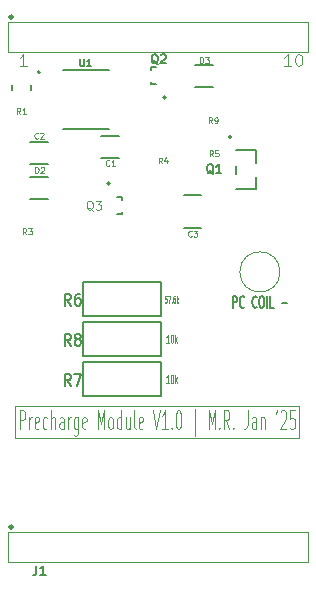
<source format=gbr>
%TF.GenerationSoftware,KiCad,Pcbnew,8.0.8*%
%TF.CreationDate,2025-02-03T23:35:19-05:00*%
%TF.ProjectId,Precharge Module,50726563-6861-4726-9765-204d6f64756c,rev?*%
%TF.SameCoordinates,Original*%
%TF.FileFunction,Legend,Top*%
%TF.FilePolarity,Positive*%
%FSLAX46Y46*%
G04 Gerber Fmt 4.6, Leading zero omitted, Abs format (unit mm)*
G04 Created by KiCad (PCBNEW 8.0.8) date 2025-02-03 23:35:19*
%MOMM*%
%LPD*%
G01*
G04 APERTURE LIST*
%ADD10C,0.100000*%
%ADD11C,0.075000*%
%ADD12C,0.125000*%
%ADD13C,0.150000*%
%ADD14C,0.152400*%
%ADD15C,0.120000*%
%ADD16C,0.076200*%
%ADD17C,0.254000*%
%ADD18C,0.127000*%
%ADD19C,0.200000*%
G04 APERTURE END LIST*
D10*
X50163000Y-56700000D02*
X74163000Y-56700000D01*
X74163000Y-59400000D01*
X50163000Y-59400000D01*
X50163000Y-56700000D01*
X51101503Y-27872419D02*
X50530075Y-27872419D01*
X50815789Y-27872419D02*
X50815789Y-26872419D01*
X50815789Y-26872419D02*
X50720551Y-27015276D01*
X50720551Y-27015276D02*
X50625313Y-27110514D01*
X50625313Y-27110514D02*
X50530075Y-27158133D01*
X73485312Y-27872419D02*
X72913884Y-27872419D01*
X73199598Y-27872419D02*
X73199598Y-26872419D01*
X73199598Y-26872419D02*
X73104360Y-27015276D01*
X73104360Y-27015276D02*
X73009122Y-27110514D01*
X73009122Y-27110514D02*
X72913884Y-27158133D01*
X74104360Y-26872419D02*
X74199598Y-26872419D01*
X74199598Y-26872419D02*
X74294836Y-26920038D01*
X74294836Y-26920038D02*
X74342455Y-26967657D01*
X74342455Y-26967657D02*
X74390074Y-27062895D01*
X74390074Y-27062895D02*
X74437693Y-27253371D01*
X74437693Y-27253371D02*
X74437693Y-27491466D01*
X74437693Y-27491466D02*
X74390074Y-27681942D01*
X74390074Y-27681942D02*
X74342455Y-27777180D01*
X74342455Y-27777180D02*
X74294836Y-27824800D01*
X74294836Y-27824800D02*
X74199598Y-27872419D01*
X74199598Y-27872419D02*
X74104360Y-27872419D01*
X74104360Y-27872419D02*
X74009122Y-27824800D01*
X74009122Y-27824800D02*
X73961503Y-27777180D01*
X73961503Y-27777180D02*
X73913884Y-27681942D01*
X73913884Y-27681942D02*
X73866265Y-27491466D01*
X73866265Y-27491466D02*
X73866265Y-27253371D01*
X73866265Y-27253371D02*
X73913884Y-27062895D01*
X73913884Y-27062895D02*
X73961503Y-26967657D01*
X73961503Y-26967657D02*
X74009122Y-26920038D01*
X74009122Y-26920038D02*
X74104360Y-26872419D01*
D11*
X63154103Y-51310433D02*
X62925532Y-51310433D01*
X63039818Y-51310433D02*
X63039818Y-50610433D01*
X63039818Y-50610433D02*
X63001722Y-50710433D01*
X63001722Y-50710433D02*
X62963627Y-50777100D01*
X62963627Y-50777100D02*
X62925532Y-50810433D01*
X63401722Y-50610433D02*
X63439817Y-50610433D01*
X63439817Y-50610433D02*
X63477913Y-50643766D01*
X63477913Y-50643766D02*
X63496960Y-50677100D01*
X63496960Y-50677100D02*
X63516008Y-50743766D01*
X63516008Y-50743766D02*
X63535055Y-50877100D01*
X63535055Y-50877100D02*
X63535055Y-51043766D01*
X63535055Y-51043766D02*
X63516008Y-51177100D01*
X63516008Y-51177100D02*
X63496960Y-51243766D01*
X63496960Y-51243766D02*
X63477913Y-51277100D01*
X63477913Y-51277100D02*
X63439817Y-51310433D01*
X63439817Y-51310433D02*
X63401722Y-51310433D01*
X63401722Y-51310433D02*
X63363627Y-51277100D01*
X63363627Y-51277100D02*
X63344579Y-51243766D01*
X63344579Y-51243766D02*
X63325532Y-51177100D01*
X63325532Y-51177100D02*
X63306484Y-51043766D01*
X63306484Y-51043766D02*
X63306484Y-50877100D01*
X63306484Y-50877100D02*
X63325532Y-50743766D01*
X63325532Y-50743766D02*
X63344579Y-50677100D01*
X63344579Y-50677100D02*
X63363627Y-50643766D01*
X63363627Y-50643766D02*
X63401722Y-50610433D01*
X63706484Y-51310433D02*
X63706484Y-50610433D01*
X63744579Y-51043766D02*
X63858865Y-51310433D01*
X63858865Y-50843766D02*
X63706484Y-51110433D01*
X63154103Y-54710433D02*
X62925532Y-54710433D01*
X63039818Y-54710433D02*
X63039818Y-54010433D01*
X63039818Y-54010433D02*
X63001722Y-54110433D01*
X63001722Y-54110433D02*
X62963627Y-54177100D01*
X62963627Y-54177100D02*
X62925532Y-54210433D01*
X63401722Y-54010433D02*
X63439817Y-54010433D01*
X63439817Y-54010433D02*
X63477913Y-54043766D01*
X63477913Y-54043766D02*
X63496960Y-54077100D01*
X63496960Y-54077100D02*
X63516008Y-54143766D01*
X63516008Y-54143766D02*
X63535055Y-54277100D01*
X63535055Y-54277100D02*
X63535055Y-54443766D01*
X63535055Y-54443766D02*
X63516008Y-54577100D01*
X63516008Y-54577100D02*
X63496960Y-54643766D01*
X63496960Y-54643766D02*
X63477913Y-54677100D01*
X63477913Y-54677100D02*
X63439817Y-54710433D01*
X63439817Y-54710433D02*
X63401722Y-54710433D01*
X63401722Y-54710433D02*
X63363627Y-54677100D01*
X63363627Y-54677100D02*
X63344579Y-54643766D01*
X63344579Y-54643766D02*
X63325532Y-54577100D01*
X63325532Y-54577100D02*
X63306484Y-54443766D01*
X63306484Y-54443766D02*
X63306484Y-54277100D01*
X63306484Y-54277100D02*
X63325532Y-54143766D01*
X63325532Y-54143766D02*
X63344579Y-54077100D01*
X63344579Y-54077100D02*
X63363627Y-54043766D01*
X63363627Y-54043766D02*
X63401722Y-54010433D01*
X63706484Y-54710433D02*
X63706484Y-54010433D01*
X63744579Y-54443766D02*
X63858865Y-54710433D01*
X63858865Y-54243766D02*
X63706484Y-54510433D01*
D10*
X50520692Y-58637490D02*
X50520692Y-57037490D01*
X50520692Y-57037490D02*
X50825454Y-57037490D01*
X50825454Y-57037490D02*
X50901644Y-57113680D01*
X50901644Y-57113680D02*
X50939739Y-57189871D01*
X50939739Y-57189871D02*
X50977835Y-57342252D01*
X50977835Y-57342252D02*
X50977835Y-57570823D01*
X50977835Y-57570823D02*
X50939739Y-57723204D01*
X50939739Y-57723204D02*
X50901644Y-57799395D01*
X50901644Y-57799395D02*
X50825454Y-57875585D01*
X50825454Y-57875585D02*
X50520692Y-57875585D01*
X51320692Y-58637490D02*
X51320692Y-57570823D01*
X51320692Y-57875585D02*
X51358787Y-57723204D01*
X51358787Y-57723204D02*
X51396882Y-57647014D01*
X51396882Y-57647014D02*
X51473073Y-57570823D01*
X51473073Y-57570823D02*
X51549263Y-57570823D01*
X52120692Y-58561300D02*
X52044501Y-58637490D01*
X52044501Y-58637490D02*
X51892120Y-58637490D01*
X51892120Y-58637490D02*
X51815930Y-58561300D01*
X51815930Y-58561300D02*
X51777834Y-58408919D01*
X51777834Y-58408919D02*
X51777834Y-57799395D01*
X51777834Y-57799395D02*
X51815930Y-57647014D01*
X51815930Y-57647014D02*
X51892120Y-57570823D01*
X51892120Y-57570823D02*
X52044501Y-57570823D01*
X52044501Y-57570823D02*
X52120692Y-57647014D01*
X52120692Y-57647014D02*
X52158787Y-57799395D01*
X52158787Y-57799395D02*
X52158787Y-57951776D01*
X52158787Y-57951776D02*
X51777834Y-58104157D01*
X52844501Y-58561300D02*
X52768310Y-58637490D01*
X52768310Y-58637490D02*
X52615929Y-58637490D01*
X52615929Y-58637490D02*
X52539739Y-58561300D01*
X52539739Y-58561300D02*
X52501644Y-58485109D01*
X52501644Y-58485109D02*
X52463548Y-58332728D01*
X52463548Y-58332728D02*
X52463548Y-57875585D01*
X52463548Y-57875585D02*
X52501644Y-57723204D01*
X52501644Y-57723204D02*
X52539739Y-57647014D01*
X52539739Y-57647014D02*
X52615929Y-57570823D01*
X52615929Y-57570823D02*
X52768310Y-57570823D01*
X52768310Y-57570823D02*
X52844501Y-57647014D01*
X53187358Y-58637490D02*
X53187358Y-57037490D01*
X53530215Y-58637490D02*
X53530215Y-57799395D01*
X53530215Y-57799395D02*
X53492120Y-57647014D01*
X53492120Y-57647014D02*
X53415929Y-57570823D01*
X53415929Y-57570823D02*
X53301643Y-57570823D01*
X53301643Y-57570823D02*
X53225453Y-57647014D01*
X53225453Y-57647014D02*
X53187358Y-57723204D01*
X54254025Y-58637490D02*
X54254025Y-57799395D01*
X54254025Y-57799395D02*
X54215930Y-57647014D01*
X54215930Y-57647014D02*
X54139739Y-57570823D01*
X54139739Y-57570823D02*
X53987358Y-57570823D01*
X53987358Y-57570823D02*
X53911168Y-57647014D01*
X54254025Y-58561300D02*
X54177834Y-58637490D01*
X54177834Y-58637490D02*
X53987358Y-58637490D01*
X53987358Y-58637490D02*
X53911168Y-58561300D01*
X53911168Y-58561300D02*
X53873072Y-58408919D01*
X53873072Y-58408919D02*
X53873072Y-58256538D01*
X53873072Y-58256538D02*
X53911168Y-58104157D01*
X53911168Y-58104157D02*
X53987358Y-58027966D01*
X53987358Y-58027966D02*
X54177834Y-58027966D01*
X54177834Y-58027966D02*
X54254025Y-57951776D01*
X54634978Y-58637490D02*
X54634978Y-57570823D01*
X54634978Y-57875585D02*
X54673073Y-57723204D01*
X54673073Y-57723204D02*
X54711168Y-57647014D01*
X54711168Y-57647014D02*
X54787359Y-57570823D01*
X54787359Y-57570823D02*
X54863549Y-57570823D01*
X55473073Y-57570823D02*
X55473073Y-58866061D01*
X55473073Y-58866061D02*
X55434978Y-59018442D01*
X55434978Y-59018442D02*
X55396882Y-59094633D01*
X55396882Y-59094633D02*
X55320692Y-59170823D01*
X55320692Y-59170823D02*
X55206406Y-59170823D01*
X55206406Y-59170823D02*
X55130216Y-59094633D01*
X55473073Y-58561300D02*
X55396882Y-58637490D01*
X55396882Y-58637490D02*
X55244501Y-58637490D01*
X55244501Y-58637490D02*
X55168311Y-58561300D01*
X55168311Y-58561300D02*
X55130216Y-58485109D01*
X55130216Y-58485109D02*
X55092120Y-58332728D01*
X55092120Y-58332728D02*
X55092120Y-57875585D01*
X55092120Y-57875585D02*
X55130216Y-57723204D01*
X55130216Y-57723204D02*
X55168311Y-57647014D01*
X55168311Y-57647014D02*
X55244501Y-57570823D01*
X55244501Y-57570823D02*
X55396882Y-57570823D01*
X55396882Y-57570823D02*
X55473073Y-57647014D01*
X56158788Y-58561300D02*
X56082597Y-58637490D01*
X56082597Y-58637490D02*
X55930216Y-58637490D01*
X55930216Y-58637490D02*
X55854026Y-58561300D01*
X55854026Y-58561300D02*
X55815930Y-58408919D01*
X55815930Y-58408919D02*
X55815930Y-57799395D01*
X55815930Y-57799395D02*
X55854026Y-57647014D01*
X55854026Y-57647014D02*
X55930216Y-57570823D01*
X55930216Y-57570823D02*
X56082597Y-57570823D01*
X56082597Y-57570823D02*
X56158788Y-57647014D01*
X56158788Y-57647014D02*
X56196883Y-57799395D01*
X56196883Y-57799395D02*
X56196883Y-57951776D01*
X56196883Y-57951776D02*
X55815930Y-58104157D01*
X57149264Y-58637490D02*
X57149264Y-57037490D01*
X57149264Y-57037490D02*
X57415930Y-58180347D01*
X57415930Y-58180347D02*
X57682597Y-57037490D01*
X57682597Y-57037490D02*
X57682597Y-58637490D01*
X58177835Y-58637490D02*
X58101645Y-58561300D01*
X58101645Y-58561300D02*
X58063550Y-58485109D01*
X58063550Y-58485109D02*
X58025454Y-58332728D01*
X58025454Y-58332728D02*
X58025454Y-57875585D01*
X58025454Y-57875585D02*
X58063550Y-57723204D01*
X58063550Y-57723204D02*
X58101645Y-57647014D01*
X58101645Y-57647014D02*
X58177835Y-57570823D01*
X58177835Y-57570823D02*
X58292121Y-57570823D01*
X58292121Y-57570823D02*
X58368312Y-57647014D01*
X58368312Y-57647014D02*
X58406407Y-57723204D01*
X58406407Y-57723204D02*
X58444502Y-57875585D01*
X58444502Y-57875585D02*
X58444502Y-58332728D01*
X58444502Y-58332728D02*
X58406407Y-58485109D01*
X58406407Y-58485109D02*
X58368312Y-58561300D01*
X58368312Y-58561300D02*
X58292121Y-58637490D01*
X58292121Y-58637490D02*
X58177835Y-58637490D01*
X59130217Y-58637490D02*
X59130217Y-57037490D01*
X59130217Y-58561300D02*
X59054026Y-58637490D01*
X59054026Y-58637490D02*
X58901645Y-58637490D01*
X58901645Y-58637490D02*
X58825455Y-58561300D01*
X58825455Y-58561300D02*
X58787360Y-58485109D01*
X58787360Y-58485109D02*
X58749264Y-58332728D01*
X58749264Y-58332728D02*
X58749264Y-57875585D01*
X58749264Y-57875585D02*
X58787360Y-57723204D01*
X58787360Y-57723204D02*
X58825455Y-57647014D01*
X58825455Y-57647014D02*
X58901645Y-57570823D01*
X58901645Y-57570823D02*
X59054026Y-57570823D01*
X59054026Y-57570823D02*
X59130217Y-57647014D01*
X59854027Y-57570823D02*
X59854027Y-58637490D01*
X59511170Y-57570823D02*
X59511170Y-58408919D01*
X59511170Y-58408919D02*
X59549265Y-58561300D01*
X59549265Y-58561300D02*
X59625455Y-58637490D01*
X59625455Y-58637490D02*
X59739741Y-58637490D01*
X59739741Y-58637490D02*
X59815932Y-58561300D01*
X59815932Y-58561300D02*
X59854027Y-58485109D01*
X60349265Y-58637490D02*
X60273075Y-58561300D01*
X60273075Y-58561300D02*
X60234980Y-58408919D01*
X60234980Y-58408919D02*
X60234980Y-57037490D01*
X60958790Y-58561300D02*
X60882599Y-58637490D01*
X60882599Y-58637490D02*
X60730218Y-58637490D01*
X60730218Y-58637490D02*
X60654028Y-58561300D01*
X60654028Y-58561300D02*
X60615932Y-58408919D01*
X60615932Y-58408919D02*
X60615932Y-57799395D01*
X60615932Y-57799395D02*
X60654028Y-57647014D01*
X60654028Y-57647014D02*
X60730218Y-57570823D01*
X60730218Y-57570823D02*
X60882599Y-57570823D01*
X60882599Y-57570823D02*
X60958790Y-57647014D01*
X60958790Y-57647014D02*
X60996885Y-57799395D01*
X60996885Y-57799395D02*
X60996885Y-57951776D01*
X60996885Y-57951776D02*
X60615932Y-58104157D01*
X61834980Y-57037490D02*
X62101647Y-58637490D01*
X62101647Y-58637490D02*
X62368313Y-57037490D01*
X63054027Y-58637490D02*
X62596884Y-58637490D01*
X62825456Y-58637490D02*
X62825456Y-57037490D01*
X62825456Y-57037490D02*
X62749265Y-57266061D01*
X62749265Y-57266061D02*
X62673075Y-57418442D01*
X62673075Y-57418442D02*
X62596884Y-57494633D01*
X63396885Y-58485109D02*
X63434980Y-58561300D01*
X63434980Y-58561300D02*
X63396885Y-58637490D01*
X63396885Y-58637490D02*
X63358789Y-58561300D01*
X63358789Y-58561300D02*
X63396885Y-58485109D01*
X63396885Y-58485109D02*
X63396885Y-58637490D01*
X63930218Y-57037490D02*
X64006408Y-57037490D01*
X64006408Y-57037490D02*
X64082599Y-57113680D01*
X64082599Y-57113680D02*
X64120694Y-57189871D01*
X64120694Y-57189871D02*
X64158789Y-57342252D01*
X64158789Y-57342252D02*
X64196884Y-57647014D01*
X64196884Y-57647014D02*
X64196884Y-58027966D01*
X64196884Y-58027966D02*
X64158789Y-58332728D01*
X64158789Y-58332728D02*
X64120694Y-58485109D01*
X64120694Y-58485109D02*
X64082599Y-58561300D01*
X64082599Y-58561300D02*
X64006408Y-58637490D01*
X64006408Y-58637490D02*
X63930218Y-58637490D01*
X63930218Y-58637490D02*
X63854027Y-58561300D01*
X63854027Y-58561300D02*
X63815932Y-58485109D01*
X63815932Y-58485109D02*
X63777837Y-58332728D01*
X63777837Y-58332728D02*
X63739741Y-58027966D01*
X63739741Y-58027966D02*
X63739741Y-57647014D01*
X63739741Y-57647014D02*
X63777837Y-57342252D01*
X63777837Y-57342252D02*
X63815932Y-57189871D01*
X63815932Y-57189871D02*
X63854027Y-57113680D01*
X63854027Y-57113680D02*
X63930218Y-57037490D01*
X65339742Y-59170823D02*
X65339742Y-56885109D01*
X66520695Y-58637490D02*
X66520695Y-57037490D01*
X66520695Y-57037490D02*
X66787361Y-58180347D01*
X66787361Y-58180347D02*
X67054028Y-57037490D01*
X67054028Y-57037490D02*
X67054028Y-58637490D01*
X67434981Y-58485109D02*
X67473076Y-58561300D01*
X67473076Y-58561300D02*
X67434981Y-58637490D01*
X67434981Y-58637490D02*
X67396885Y-58561300D01*
X67396885Y-58561300D02*
X67434981Y-58485109D01*
X67434981Y-58485109D02*
X67434981Y-58637490D01*
X68273076Y-58637490D02*
X68006409Y-57875585D01*
X67815933Y-58637490D02*
X67815933Y-57037490D01*
X67815933Y-57037490D02*
X68120695Y-57037490D01*
X68120695Y-57037490D02*
X68196885Y-57113680D01*
X68196885Y-57113680D02*
X68234980Y-57189871D01*
X68234980Y-57189871D02*
X68273076Y-57342252D01*
X68273076Y-57342252D02*
X68273076Y-57570823D01*
X68273076Y-57570823D02*
X68234980Y-57723204D01*
X68234980Y-57723204D02*
X68196885Y-57799395D01*
X68196885Y-57799395D02*
X68120695Y-57875585D01*
X68120695Y-57875585D02*
X67815933Y-57875585D01*
X68615933Y-58485109D02*
X68654028Y-58561300D01*
X68654028Y-58561300D02*
X68615933Y-58637490D01*
X68615933Y-58637490D02*
X68577837Y-58561300D01*
X68577837Y-58561300D02*
X68615933Y-58485109D01*
X68615933Y-58485109D02*
X68615933Y-58637490D01*
X69834980Y-57037490D02*
X69834980Y-58180347D01*
X69834980Y-58180347D02*
X69796885Y-58408919D01*
X69796885Y-58408919D02*
X69720694Y-58561300D01*
X69720694Y-58561300D02*
X69606409Y-58637490D01*
X69606409Y-58637490D02*
X69530218Y-58637490D01*
X70558790Y-58637490D02*
X70558790Y-57799395D01*
X70558790Y-57799395D02*
X70520695Y-57647014D01*
X70520695Y-57647014D02*
X70444504Y-57570823D01*
X70444504Y-57570823D02*
X70292123Y-57570823D01*
X70292123Y-57570823D02*
X70215933Y-57647014D01*
X70558790Y-58561300D02*
X70482599Y-58637490D01*
X70482599Y-58637490D02*
X70292123Y-58637490D01*
X70292123Y-58637490D02*
X70215933Y-58561300D01*
X70215933Y-58561300D02*
X70177837Y-58408919D01*
X70177837Y-58408919D02*
X70177837Y-58256538D01*
X70177837Y-58256538D02*
X70215933Y-58104157D01*
X70215933Y-58104157D02*
X70292123Y-58027966D01*
X70292123Y-58027966D02*
X70482599Y-58027966D01*
X70482599Y-58027966D02*
X70558790Y-57951776D01*
X70939743Y-57570823D02*
X70939743Y-58637490D01*
X70939743Y-57723204D02*
X70977838Y-57647014D01*
X70977838Y-57647014D02*
X71054028Y-57570823D01*
X71054028Y-57570823D02*
X71168314Y-57570823D01*
X71168314Y-57570823D02*
X71244505Y-57647014D01*
X71244505Y-57647014D02*
X71282600Y-57799395D01*
X71282600Y-57799395D02*
X71282600Y-58637490D01*
X72311172Y-57037490D02*
X72234981Y-57342252D01*
X72615933Y-57189871D02*
X72654029Y-57113680D01*
X72654029Y-57113680D02*
X72730219Y-57037490D01*
X72730219Y-57037490D02*
X72920695Y-57037490D01*
X72920695Y-57037490D02*
X72996886Y-57113680D01*
X72996886Y-57113680D02*
X73034981Y-57189871D01*
X73034981Y-57189871D02*
X73073076Y-57342252D01*
X73073076Y-57342252D02*
X73073076Y-57494633D01*
X73073076Y-57494633D02*
X73034981Y-57723204D01*
X73034981Y-57723204D02*
X72577838Y-58637490D01*
X72577838Y-58637490D02*
X73073076Y-58637490D01*
X73796886Y-57037490D02*
X73415934Y-57037490D01*
X73415934Y-57037490D02*
X73377838Y-57799395D01*
X73377838Y-57799395D02*
X73415934Y-57723204D01*
X73415934Y-57723204D02*
X73492124Y-57647014D01*
X73492124Y-57647014D02*
X73682600Y-57647014D01*
X73682600Y-57647014D02*
X73758791Y-57723204D01*
X73758791Y-57723204D02*
X73796886Y-57799395D01*
X73796886Y-57799395D02*
X73834981Y-57951776D01*
X73834981Y-57951776D02*
X73834981Y-58332728D01*
X73834981Y-58332728D02*
X73796886Y-58485109D01*
X73796886Y-58485109D02*
X73758791Y-58561300D01*
X73758791Y-58561300D02*
X73682600Y-58637490D01*
X73682600Y-58637490D02*
X73492124Y-58637490D01*
X73492124Y-58637490D02*
X73415934Y-58561300D01*
X73415934Y-58561300D02*
X73377838Y-58485109D01*
D11*
X62963627Y-47322671D02*
X62820770Y-47322671D01*
X62820770Y-47322671D02*
X62806484Y-47608385D01*
X62806484Y-47608385D02*
X62820770Y-47579814D01*
X62820770Y-47579814D02*
X62849342Y-47551242D01*
X62849342Y-47551242D02*
X62920770Y-47551242D01*
X62920770Y-47551242D02*
X62949342Y-47579814D01*
X62949342Y-47579814D02*
X62963627Y-47608385D01*
X62963627Y-47608385D02*
X62977913Y-47665528D01*
X62977913Y-47665528D02*
X62977913Y-47808385D01*
X62977913Y-47808385D02*
X62963627Y-47865528D01*
X62963627Y-47865528D02*
X62949342Y-47894100D01*
X62949342Y-47894100D02*
X62920770Y-47922671D01*
X62920770Y-47922671D02*
X62849342Y-47922671D01*
X62849342Y-47922671D02*
X62820770Y-47894100D01*
X62820770Y-47894100D02*
X62806484Y-47865528D01*
X63077913Y-47322671D02*
X63277913Y-47322671D01*
X63277913Y-47322671D02*
X63149341Y-47922671D01*
X63392198Y-47865528D02*
X63406484Y-47894100D01*
X63406484Y-47894100D02*
X63392198Y-47922671D01*
X63392198Y-47922671D02*
X63377912Y-47894100D01*
X63377912Y-47894100D02*
X63392198Y-47865528D01*
X63392198Y-47865528D02*
X63392198Y-47922671D01*
X63663627Y-47322671D02*
X63606484Y-47322671D01*
X63606484Y-47322671D02*
X63577912Y-47351242D01*
X63577912Y-47351242D02*
X63563627Y-47379814D01*
X63563627Y-47379814D02*
X63535055Y-47465528D01*
X63535055Y-47465528D02*
X63520769Y-47579814D01*
X63520769Y-47579814D02*
X63520769Y-47808385D01*
X63520769Y-47808385D02*
X63535055Y-47865528D01*
X63535055Y-47865528D02*
X63549341Y-47894100D01*
X63549341Y-47894100D02*
X63577912Y-47922671D01*
X63577912Y-47922671D02*
X63635055Y-47922671D01*
X63635055Y-47922671D02*
X63663627Y-47894100D01*
X63663627Y-47894100D02*
X63677912Y-47865528D01*
X63677912Y-47865528D02*
X63692198Y-47808385D01*
X63692198Y-47808385D02*
X63692198Y-47665528D01*
X63692198Y-47665528D02*
X63677912Y-47608385D01*
X63677912Y-47608385D02*
X63663627Y-47579814D01*
X63663627Y-47579814D02*
X63635055Y-47551242D01*
X63635055Y-47551242D02*
X63577912Y-47551242D01*
X63577912Y-47551242D02*
X63549341Y-47579814D01*
X63549341Y-47579814D02*
X63535055Y-47608385D01*
X63535055Y-47608385D02*
X63520769Y-47665528D01*
X63820769Y-47922671D02*
X63820769Y-47322671D01*
X63849341Y-47694100D02*
X63935055Y-47922671D01*
X63935055Y-47522671D02*
X63820769Y-47751242D01*
D12*
X65769952Y-27624809D02*
X65769952Y-27124809D01*
X65769952Y-27124809D02*
X65889000Y-27124809D01*
X65889000Y-27124809D02*
X65960428Y-27148619D01*
X65960428Y-27148619D02*
X66008047Y-27196238D01*
X66008047Y-27196238D02*
X66031857Y-27243857D01*
X66031857Y-27243857D02*
X66055666Y-27339095D01*
X66055666Y-27339095D02*
X66055666Y-27410523D01*
X66055666Y-27410523D02*
X66031857Y-27505761D01*
X66031857Y-27505761D02*
X66008047Y-27553380D01*
X66008047Y-27553380D02*
X65960428Y-27601000D01*
X65960428Y-27601000D02*
X65889000Y-27624809D01*
X65889000Y-27624809D02*
X65769952Y-27624809D01*
X66222333Y-27124809D02*
X66531857Y-27124809D01*
X66531857Y-27124809D02*
X66365190Y-27315285D01*
X66365190Y-27315285D02*
X66436619Y-27315285D01*
X66436619Y-27315285D02*
X66484238Y-27339095D01*
X66484238Y-27339095D02*
X66508047Y-27362904D01*
X66508047Y-27362904D02*
X66531857Y-27410523D01*
X66531857Y-27410523D02*
X66531857Y-27529571D01*
X66531857Y-27529571D02*
X66508047Y-27577190D01*
X66508047Y-27577190D02*
X66484238Y-27601000D01*
X66484238Y-27601000D02*
X66436619Y-27624809D01*
X66436619Y-27624809D02*
X66293762Y-27624809D01*
X66293762Y-27624809D02*
X66246143Y-27601000D01*
X66246143Y-27601000D02*
X66222333Y-27577190D01*
X56728571Y-40111892D02*
X56657142Y-40076178D01*
X56657142Y-40076178D02*
X56585714Y-40004750D01*
X56585714Y-40004750D02*
X56478571Y-39897607D01*
X56478571Y-39897607D02*
X56407142Y-39861892D01*
X56407142Y-39861892D02*
X56335714Y-39861892D01*
X56371428Y-40040464D02*
X56300000Y-40004750D01*
X56300000Y-40004750D02*
X56228571Y-39933321D01*
X56228571Y-39933321D02*
X56192857Y-39790464D01*
X56192857Y-39790464D02*
X56192857Y-39540464D01*
X56192857Y-39540464D02*
X56228571Y-39397607D01*
X56228571Y-39397607D02*
X56300000Y-39326178D01*
X56300000Y-39326178D02*
X56371428Y-39290464D01*
X56371428Y-39290464D02*
X56514285Y-39290464D01*
X56514285Y-39290464D02*
X56585714Y-39326178D01*
X56585714Y-39326178D02*
X56657142Y-39397607D01*
X56657142Y-39397607D02*
X56692857Y-39540464D01*
X56692857Y-39540464D02*
X56692857Y-39790464D01*
X56692857Y-39790464D02*
X56657142Y-39933321D01*
X56657142Y-39933321D02*
X56585714Y-40004750D01*
X56585714Y-40004750D02*
X56514285Y-40040464D01*
X56514285Y-40040464D02*
X56371428Y-40040464D01*
X56942856Y-39290464D02*
X57407142Y-39290464D01*
X57407142Y-39290464D02*
X57157142Y-39576178D01*
X57157142Y-39576178D02*
X57264285Y-39576178D01*
X57264285Y-39576178D02*
X57335714Y-39611892D01*
X57335714Y-39611892D02*
X57371428Y-39647607D01*
X57371428Y-39647607D02*
X57407142Y-39719035D01*
X57407142Y-39719035D02*
X57407142Y-39897607D01*
X57407142Y-39897607D02*
X57371428Y-39969035D01*
X57371428Y-39969035D02*
X57335714Y-40004750D01*
X57335714Y-40004750D02*
X57264285Y-40040464D01*
X57264285Y-40040464D02*
X57049999Y-40040464D01*
X57049999Y-40040464D02*
X56978571Y-40004750D01*
X56978571Y-40004750D02*
X56942856Y-39969035D01*
X62579666Y-36124809D02*
X62413000Y-35886714D01*
X62293952Y-36124809D02*
X62293952Y-35624809D01*
X62293952Y-35624809D02*
X62484428Y-35624809D01*
X62484428Y-35624809D02*
X62532047Y-35648619D01*
X62532047Y-35648619D02*
X62555857Y-35672428D01*
X62555857Y-35672428D02*
X62579666Y-35720047D01*
X62579666Y-35720047D02*
X62579666Y-35791476D01*
X62579666Y-35791476D02*
X62555857Y-35839095D01*
X62555857Y-35839095D02*
X62532047Y-35862904D01*
X62532047Y-35862904D02*
X62484428Y-35886714D01*
X62484428Y-35886714D02*
X62293952Y-35886714D01*
X63008238Y-35791476D02*
X63008238Y-36124809D01*
X62889190Y-35601000D02*
X62770143Y-35958142D01*
X62770143Y-35958142D02*
X63079666Y-35958142D01*
D13*
X54850000Y-48154819D02*
X54550000Y-47678628D01*
X54335714Y-48154819D02*
X54335714Y-47154819D01*
X54335714Y-47154819D02*
X54678571Y-47154819D01*
X54678571Y-47154819D02*
X54764286Y-47202438D01*
X54764286Y-47202438D02*
X54807143Y-47250057D01*
X54807143Y-47250057D02*
X54850000Y-47345295D01*
X54850000Y-47345295D02*
X54850000Y-47488152D01*
X54850000Y-47488152D02*
X54807143Y-47583390D01*
X54807143Y-47583390D02*
X54764286Y-47631009D01*
X54764286Y-47631009D02*
X54678571Y-47678628D01*
X54678571Y-47678628D02*
X54335714Y-47678628D01*
X55621429Y-47154819D02*
X55450000Y-47154819D01*
X55450000Y-47154819D02*
X55364286Y-47202438D01*
X55364286Y-47202438D02*
X55321429Y-47250057D01*
X55321429Y-47250057D02*
X55235714Y-47392914D01*
X55235714Y-47392914D02*
X55192857Y-47583390D01*
X55192857Y-47583390D02*
X55192857Y-47964342D01*
X55192857Y-47964342D02*
X55235714Y-48059580D01*
X55235714Y-48059580D02*
X55278571Y-48107200D01*
X55278571Y-48107200D02*
X55364286Y-48154819D01*
X55364286Y-48154819D02*
X55535714Y-48154819D01*
X55535714Y-48154819D02*
X55621429Y-48107200D01*
X55621429Y-48107200D02*
X55664286Y-48059580D01*
X55664286Y-48059580D02*
X55707143Y-47964342D01*
X55707143Y-47964342D02*
X55707143Y-47726247D01*
X55707143Y-47726247D02*
X55664286Y-47631009D01*
X55664286Y-47631009D02*
X55621429Y-47583390D01*
X55621429Y-47583390D02*
X55535714Y-47535771D01*
X55535714Y-47535771D02*
X55364286Y-47535771D01*
X55364286Y-47535771D02*
X55278571Y-47583390D01*
X55278571Y-47583390D02*
X55235714Y-47631009D01*
X55235714Y-47631009D02*
X55192857Y-47726247D01*
X68577286Y-48354819D02*
X68577286Y-47354819D01*
X68577286Y-47354819D02*
X68805857Y-47354819D01*
X68805857Y-47354819D02*
X68863000Y-47402438D01*
X68863000Y-47402438D02*
X68891571Y-47450057D01*
X68891571Y-47450057D02*
X68920143Y-47545295D01*
X68920143Y-47545295D02*
X68920143Y-47688152D01*
X68920143Y-47688152D02*
X68891571Y-47783390D01*
X68891571Y-47783390D02*
X68863000Y-47831009D01*
X68863000Y-47831009D02*
X68805857Y-47878628D01*
X68805857Y-47878628D02*
X68577286Y-47878628D01*
X69520143Y-48259580D02*
X69491571Y-48307200D01*
X69491571Y-48307200D02*
X69405857Y-48354819D01*
X69405857Y-48354819D02*
X69348714Y-48354819D01*
X69348714Y-48354819D02*
X69263000Y-48307200D01*
X69263000Y-48307200D02*
X69205857Y-48211961D01*
X69205857Y-48211961D02*
X69177286Y-48116723D01*
X69177286Y-48116723D02*
X69148714Y-47926247D01*
X69148714Y-47926247D02*
X69148714Y-47783390D01*
X69148714Y-47783390D02*
X69177286Y-47592914D01*
X69177286Y-47592914D02*
X69205857Y-47497676D01*
X69205857Y-47497676D02*
X69263000Y-47402438D01*
X69263000Y-47402438D02*
X69348714Y-47354819D01*
X69348714Y-47354819D02*
X69405857Y-47354819D01*
X69405857Y-47354819D02*
X69491571Y-47402438D01*
X69491571Y-47402438D02*
X69520143Y-47450057D01*
X70577286Y-48259580D02*
X70548714Y-48307200D01*
X70548714Y-48307200D02*
X70463000Y-48354819D01*
X70463000Y-48354819D02*
X70405857Y-48354819D01*
X70405857Y-48354819D02*
X70320143Y-48307200D01*
X70320143Y-48307200D02*
X70263000Y-48211961D01*
X70263000Y-48211961D02*
X70234429Y-48116723D01*
X70234429Y-48116723D02*
X70205857Y-47926247D01*
X70205857Y-47926247D02*
X70205857Y-47783390D01*
X70205857Y-47783390D02*
X70234429Y-47592914D01*
X70234429Y-47592914D02*
X70263000Y-47497676D01*
X70263000Y-47497676D02*
X70320143Y-47402438D01*
X70320143Y-47402438D02*
X70405857Y-47354819D01*
X70405857Y-47354819D02*
X70463000Y-47354819D01*
X70463000Y-47354819D02*
X70548714Y-47402438D01*
X70548714Y-47402438D02*
X70577286Y-47450057D01*
X70948714Y-47354819D02*
X71063000Y-47354819D01*
X71063000Y-47354819D02*
X71120143Y-47402438D01*
X71120143Y-47402438D02*
X71177286Y-47497676D01*
X71177286Y-47497676D02*
X71205857Y-47688152D01*
X71205857Y-47688152D02*
X71205857Y-48021485D01*
X71205857Y-48021485D02*
X71177286Y-48211961D01*
X71177286Y-48211961D02*
X71120143Y-48307200D01*
X71120143Y-48307200D02*
X71063000Y-48354819D01*
X71063000Y-48354819D02*
X70948714Y-48354819D01*
X70948714Y-48354819D02*
X70891572Y-48307200D01*
X70891572Y-48307200D02*
X70834429Y-48211961D01*
X70834429Y-48211961D02*
X70805857Y-48021485D01*
X70805857Y-48021485D02*
X70805857Y-47688152D01*
X70805857Y-47688152D02*
X70834429Y-47497676D01*
X70834429Y-47497676D02*
X70891572Y-47402438D01*
X70891572Y-47402438D02*
X70948714Y-47354819D01*
X71463000Y-48354819D02*
X71463000Y-47354819D01*
X72034428Y-48354819D02*
X71748714Y-48354819D01*
X71748714Y-48354819D02*
X71748714Y-47354819D01*
X72691571Y-47973866D02*
X73148714Y-47973866D01*
X66928571Y-37010592D02*
X66857142Y-36974878D01*
X66857142Y-36974878D02*
X66785714Y-36903450D01*
X66785714Y-36903450D02*
X66678571Y-36796307D01*
X66678571Y-36796307D02*
X66607142Y-36760592D01*
X66607142Y-36760592D02*
X66535714Y-36760592D01*
X66571428Y-36939164D02*
X66500000Y-36903450D01*
X66500000Y-36903450D02*
X66428571Y-36832021D01*
X66428571Y-36832021D02*
X66392857Y-36689164D01*
X66392857Y-36689164D02*
X66392857Y-36439164D01*
X66392857Y-36439164D02*
X66428571Y-36296307D01*
X66428571Y-36296307D02*
X66500000Y-36224878D01*
X66500000Y-36224878D02*
X66571428Y-36189164D01*
X66571428Y-36189164D02*
X66714285Y-36189164D01*
X66714285Y-36189164D02*
X66785714Y-36224878D01*
X66785714Y-36224878D02*
X66857142Y-36296307D01*
X66857142Y-36296307D02*
X66892857Y-36439164D01*
X66892857Y-36439164D02*
X66892857Y-36689164D01*
X66892857Y-36689164D02*
X66857142Y-36832021D01*
X66857142Y-36832021D02*
X66785714Y-36903450D01*
X66785714Y-36903450D02*
X66714285Y-36939164D01*
X66714285Y-36939164D02*
X66571428Y-36939164D01*
X67607142Y-36939164D02*
X67178571Y-36939164D01*
X67392856Y-36939164D02*
X67392856Y-36189164D01*
X67392856Y-36189164D02*
X67321428Y-36296307D01*
X67321428Y-36296307D02*
X67249999Y-36367735D01*
X67249999Y-36367735D02*
X67178571Y-36403450D01*
D12*
X51079666Y-42124809D02*
X50913000Y-41886714D01*
X50793952Y-42124809D02*
X50793952Y-41624809D01*
X50793952Y-41624809D02*
X50984428Y-41624809D01*
X50984428Y-41624809D02*
X51032047Y-41648619D01*
X51032047Y-41648619D02*
X51055857Y-41672428D01*
X51055857Y-41672428D02*
X51079666Y-41720047D01*
X51079666Y-41720047D02*
X51079666Y-41791476D01*
X51079666Y-41791476D02*
X51055857Y-41839095D01*
X51055857Y-41839095D02*
X51032047Y-41862904D01*
X51032047Y-41862904D02*
X50984428Y-41886714D01*
X50984428Y-41886714D02*
X50793952Y-41886714D01*
X51246333Y-41624809D02*
X51555857Y-41624809D01*
X51555857Y-41624809D02*
X51389190Y-41815285D01*
X51389190Y-41815285D02*
X51460619Y-41815285D01*
X51460619Y-41815285D02*
X51508238Y-41839095D01*
X51508238Y-41839095D02*
X51532047Y-41862904D01*
X51532047Y-41862904D02*
X51555857Y-41910523D01*
X51555857Y-41910523D02*
X51555857Y-42029571D01*
X51555857Y-42029571D02*
X51532047Y-42077190D01*
X51532047Y-42077190D02*
X51508238Y-42101000D01*
X51508238Y-42101000D02*
X51460619Y-42124809D01*
X51460619Y-42124809D02*
X51317762Y-42124809D01*
X51317762Y-42124809D02*
X51270143Y-42101000D01*
X51270143Y-42101000D02*
X51246333Y-42077190D01*
X65079666Y-42277190D02*
X65055857Y-42301000D01*
X65055857Y-42301000D02*
X64984428Y-42324809D01*
X64984428Y-42324809D02*
X64936809Y-42324809D01*
X64936809Y-42324809D02*
X64865381Y-42301000D01*
X64865381Y-42301000D02*
X64817762Y-42253380D01*
X64817762Y-42253380D02*
X64793952Y-42205761D01*
X64793952Y-42205761D02*
X64770143Y-42110523D01*
X64770143Y-42110523D02*
X64770143Y-42039095D01*
X64770143Y-42039095D02*
X64793952Y-41943857D01*
X64793952Y-41943857D02*
X64817762Y-41896238D01*
X64817762Y-41896238D02*
X64865381Y-41848619D01*
X64865381Y-41848619D02*
X64936809Y-41824809D01*
X64936809Y-41824809D02*
X64984428Y-41824809D01*
X64984428Y-41824809D02*
X65055857Y-41848619D01*
X65055857Y-41848619D02*
X65079666Y-41872428D01*
X65246333Y-41824809D02*
X65555857Y-41824809D01*
X65555857Y-41824809D02*
X65389190Y-42015285D01*
X65389190Y-42015285D02*
X65460619Y-42015285D01*
X65460619Y-42015285D02*
X65508238Y-42039095D01*
X65508238Y-42039095D02*
X65532047Y-42062904D01*
X65532047Y-42062904D02*
X65555857Y-42110523D01*
X65555857Y-42110523D02*
X65555857Y-42229571D01*
X65555857Y-42229571D02*
X65532047Y-42277190D01*
X65532047Y-42277190D02*
X65508238Y-42301000D01*
X65508238Y-42301000D02*
X65460619Y-42324809D01*
X65460619Y-42324809D02*
X65317762Y-42324809D01*
X65317762Y-42324809D02*
X65270143Y-42301000D01*
X65270143Y-42301000D02*
X65246333Y-42277190D01*
X51830952Y-36924809D02*
X51830952Y-36424809D01*
X51830952Y-36424809D02*
X51950000Y-36424809D01*
X51950000Y-36424809D02*
X52021428Y-36448619D01*
X52021428Y-36448619D02*
X52069047Y-36496238D01*
X52069047Y-36496238D02*
X52092857Y-36543857D01*
X52092857Y-36543857D02*
X52116666Y-36639095D01*
X52116666Y-36639095D02*
X52116666Y-36710523D01*
X52116666Y-36710523D02*
X52092857Y-36805761D01*
X52092857Y-36805761D02*
X52069047Y-36853380D01*
X52069047Y-36853380D02*
X52021428Y-36901000D01*
X52021428Y-36901000D02*
X51950000Y-36924809D01*
X51950000Y-36924809D02*
X51830952Y-36924809D01*
X52307143Y-36472428D02*
X52330952Y-36448619D01*
X52330952Y-36448619D02*
X52378571Y-36424809D01*
X52378571Y-36424809D02*
X52497619Y-36424809D01*
X52497619Y-36424809D02*
X52545238Y-36448619D01*
X52545238Y-36448619D02*
X52569047Y-36472428D01*
X52569047Y-36472428D02*
X52592857Y-36520047D01*
X52592857Y-36520047D02*
X52592857Y-36567666D01*
X52592857Y-36567666D02*
X52569047Y-36639095D01*
X52569047Y-36639095D02*
X52283333Y-36924809D01*
X52283333Y-36924809D02*
X52592857Y-36924809D01*
D13*
X62228571Y-27710592D02*
X62157142Y-27674878D01*
X62157142Y-27674878D02*
X62085714Y-27603450D01*
X62085714Y-27603450D02*
X61978571Y-27496307D01*
X61978571Y-27496307D02*
X61907142Y-27460592D01*
X61907142Y-27460592D02*
X61835714Y-27460592D01*
X61871428Y-27639164D02*
X61800000Y-27603450D01*
X61800000Y-27603450D02*
X61728571Y-27532021D01*
X61728571Y-27532021D02*
X61692857Y-27389164D01*
X61692857Y-27389164D02*
X61692857Y-27139164D01*
X61692857Y-27139164D02*
X61728571Y-26996307D01*
X61728571Y-26996307D02*
X61800000Y-26924878D01*
X61800000Y-26924878D02*
X61871428Y-26889164D01*
X61871428Y-26889164D02*
X62014285Y-26889164D01*
X62014285Y-26889164D02*
X62085714Y-26924878D01*
X62085714Y-26924878D02*
X62157142Y-26996307D01*
X62157142Y-26996307D02*
X62192857Y-27139164D01*
X62192857Y-27139164D02*
X62192857Y-27389164D01*
X62192857Y-27389164D02*
X62157142Y-27532021D01*
X62157142Y-27532021D02*
X62085714Y-27603450D01*
X62085714Y-27603450D02*
X62014285Y-27639164D01*
X62014285Y-27639164D02*
X61871428Y-27639164D01*
X62478571Y-26960592D02*
X62514285Y-26924878D01*
X62514285Y-26924878D02*
X62585714Y-26889164D01*
X62585714Y-26889164D02*
X62764285Y-26889164D01*
X62764285Y-26889164D02*
X62835714Y-26924878D01*
X62835714Y-26924878D02*
X62871428Y-26960592D01*
X62871428Y-26960592D02*
X62907142Y-27032021D01*
X62907142Y-27032021D02*
X62907142Y-27103450D01*
X62907142Y-27103450D02*
X62871428Y-27210592D01*
X62871428Y-27210592D02*
X62442856Y-27639164D01*
X62442856Y-27639164D02*
X62907142Y-27639164D01*
D12*
X66816666Y-32724809D02*
X66650000Y-32486714D01*
X66530952Y-32724809D02*
X66530952Y-32224809D01*
X66530952Y-32224809D02*
X66721428Y-32224809D01*
X66721428Y-32224809D02*
X66769047Y-32248619D01*
X66769047Y-32248619D02*
X66792857Y-32272428D01*
X66792857Y-32272428D02*
X66816666Y-32320047D01*
X66816666Y-32320047D02*
X66816666Y-32391476D01*
X66816666Y-32391476D02*
X66792857Y-32439095D01*
X66792857Y-32439095D02*
X66769047Y-32462904D01*
X66769047Y-32462904D02*
X66721428Y-32486714D01*
X66721428Y-32486714D02*
X66530952Y-32486714D01*
X67054762Y-32724809D02*
X67150000Y-32724809D01*
X67150000Y-32724809D02*
X67197619Y-32701000D01*
X67197619Y-32701000D02*
X67221428Y-32677190D01*
X67221428Y-32677190D02*
X67269047Y-32605761D01*
X67269047Y-32605761D02*
X67292857Y-32510523D01*
X67292857Y-32510523D02*
X67292857Y-32320047D01*
X67292857Y-32320047D02*
X67269047Y-32272428D01*
X67269047Y-32272428D02*
X67245238Y-32248619D01*
X67245238Y-32248619D02*
X67197619Y-32224809D01*
X67197619Y-32224809D02*
X67102381Y-32224809D01*
X67102381Y-32224809D02*
X67054762Y-32248619D01*
X67054762Y-32248619D02*
X67030952Y-32272428D01*
X67030952Y-32272428D02*
X67007143Y-32320047D01*
X67007143Y-32320047D02*
X67007143Y-32439095D01*
X67007143Y-32439095D02*
X67030952Y-32486714D01*
X67030952Y-32486714D02*
X67054762Y-32510523D01*
X67054762Y-32510523D02*
X67102381Y-32534333D01*
X67102381Y-32534333D02*
X67197619Y-32534333D01*
X67197619Y-32534333D02*
X67245238Y-32510523D01*
X67245238Y-32510523D02*
X67269047Y-32486714D01*
X67269047Y-32486714D02*
X67292857Y-32439095D01*
D13*
X54850000Y-51554819D02*
X54550000Y-51078628D01*
X54335714Y-51554819D02*
X54335714Y-50554819D01*
X54335714Y-50554819D02*
X54678571Y-50554819D01*
X54678571Y-50554819D02*
X54764286Y-50602438D01*
X54764286Y-50602438D02*
X54807143Y-50650057D01*
X54807143Y-50650057D02*
X54850000Y-50745295D01*
X54850000Y-50745295D02*
X54850000Y-50888152D01*
X54850000Y-50888152D02*
X54807143Y-50983390D01*
X54807143Y-50983390D02*
X54764286Y-51031009D01*
X54764286Y-51031009D02*
X54678571Y-51078628D01*
X54678571Y-51078628D02*
X54335714Y-51078628D01*
X55364286Y-50983390D02*
X55278571Y-50935771D01*
X55278571Y-50935771D02*
X55235714Y-50888152D01*
X55235714Y-50888152D02*
X55192857Y-50792914D01*
X55192857Y-50792914D02*
X55192857Y-50745295D01*
X55192857Y-50745295D02*
X55235714Y-50650057D01*
X55235714Y-50650057D02*
X55278571Y-50602438D01*
X55278571Y-50602438D02*
X55364286Y-50554819D01*
X55364286Y-50554819D02*
X55535714Y-50554819D01*
X55535714Y-50554819D02*
X55621429Y-50602438D01*
X55621429Y-50602438D02*
X55664286Y-50650057D01*
X55664286Y-50650057D02*
X55707143Y-50745295D01*
X55707143Y-50745295D02*
X55707143Y-50792914D01*
X55707143Y-50792914D02*
X55664286Y-50888152D01*
X55664286Y-50888152D02*
X55621429Y-50935771D01*
X55621429Y-50935771D02*
X55535714Y-50983390D01*
X55535714Y-50983390D02*
X55364286Y-50983390D01*
X55364286Y-50983390D02*
X55278571Y-51031009D01*
X55278571Y-51031009D02*
X55235714Y-51078628D01*
X55235714Y-51078628D02*
X55192857Y-51173866D01*
X55192857Y-51173866D02*
X55192857Y-51364342D01*
X55192857Y-51364342D02*
X55235714Y-51459580D01*
X55235714Y-51459580D02*
X55278571Y-51507200D01*
X55278571Y-51507200D02*
X55364286Y-51554819D01*
X55364286Y-51554819D02*
X55535714Y-51554819D01*
X55535714Y-51554819D02*
X55621429Y-51507200D01*
X55621429Y-51507200D02*
X55664286Y-51459580D01*
X55664286Y-51459580D02*
X55707143Y-51364342D01*
X55707143Y-51364342D02*
X55707143Y-51173866D01*
X55707143Y-51173866D02*
X55664286Y-51078628D01*
X55664286Y-51078628D02*
X55621429Y-51031009D01*
X55621429Y-51031009D02*
X55535714Y-50983390D01*
D12*
X58116666Y-36277190D02*
X58092857Y-36301000D01*
X58092857Y-36301000D02*
X58021428Y-36324809D01*
X58021428Y-36324809D02*
X57973809Y-36324809D01*
X57973809Y-36324809D02*
X57902381Y-36301000D01*
X57902381Y-36301000D02*
X57854762Y-36253380D01*
X57854762Y-36253380D02*
X57830952Y-36205761D01*
X57830952Y-36205761D02*
X57807143Y-36110523D01*
X57807143Y-36110523D02*
X57807143Y-36039095D01*
X57807143Y-36039095D02*
X57830952Y-35943857D01*
X57830952Y-35943857D02*
X57854762Y-35896238D01*
X57854762Y-35896238D02*
X57902381Y-35848619D01*
X57902381Y-35848619D02*
X57973809Y-35824809D01*
X57973809Y-35824809D02*
X58021428Y-35824809D01*
X58021428Y-35824809D02*
X58092857Y-35848619D01*
X58092857Y-35848619D02*
X58116666Y-35872428D01*
X58592857Y-36324809D02*
X58307143Y-36324809D01*
X58450000Y-36324809D02*
X58450000Y-35824809D01*
X58450000Y-35824809D02*
X58402381Y-35896238D01*
X58402381Y-35896238D02*
X58354762Y-35943857D01*
X58354762Y-35943857D02*
X58307143Y-35967666D01*
X52079666Y-33977190D02*
X52055857Y-34001000D01*
X52055857Y-34001000D02*
X51984428Y-34024809D01*
X51984428Y-34024809D02*
X51936809Y-34024809D01*
X51936809Y-34024809D02*
X51865381Y-34001000D01*
X51865381Y-34001000D02*
X51817762Y-33953380D01*
X51817762Y-33953380D02*
X51793952Y-33905761D01*
X51793952Y-33905761D02*
X51770143Y-33810523D01*
X51770143Y-33810523D02*
X51770143Y-33739095D01*
X51770143Y-33739095D02*
X51793952Y-33643857D01*
X51793952Y-33643857D02*
X51817762Y-33596238D01*
X51817762Y-33596238D02*
X51865381Y-33548619D01*
X51865381Y-33548619D02*
X51936809Y-33524809D01*
X51936809Y-33524809D02*
X51984428Y-33524809D01*
X51984428Y-33524809D02*
X52055857Y-33548619D01*
X52055857Y-33548619D02*
X52079666Y-33572428D01*
X52270143Y-33572428D02*
X52293952Y-33548619D01*
X52293952Y-33548619D02*
X52341571Y-33524809D01*
X52341571Y-33524809D02*
X52460619Y-33524809D01*
X52460619Y-33524809D02*
X52508238Y-33548619D01*
X52508238Y-33548619D02*
X52532047Y-33572428D01*
X52532047Y-33572428D02*
X52555857Y-33620047D01*
X52555857Y-33620047D02*
X52555857Y-33667666D01*
X52555857Y-33667666D02*
X52532047Y-33739095D01*
X52532047Y-33739095D02*
X52246333Y-34024809D01*
X52246333Y-34024809D02*
X52555857Y-34024809D01*
X66881166Y-35524809D02*
X66714500Y-35286714D01*
X66595452Y-35524809D02*
X66595452Y-35024809D01*
X66595452Y-35024809D02*
X66785928Y-35024809D01*
X66785928Y-35024809D02*
X66833547Y-35048619D01*
X66833547Y-35048619D02*
X66857357Y-35072428D01*
X66857357Y-35072428D02*
X66881166Y-35120047D01*
X66881166Y-35120047D02*
X66881166Y-35191476D01*
X66881166Y-35191476D02*
X66857357Y-35239095D01*
X66857357Y-35239095D02*
X66833547Y-35262904D01*
X66833547Y-35262904D02*
X66785928Y-35286714D01*
X66785928Y-35286714D02*
X66595452Y-35286714D01*
X67333547Y-35024809D02*
X67095452Y-35024809D01*
X67095452Y-35024809D02*
X67071643Y-35262904D01*
X67071643Y-35262904D02*
X67095452Y-35239095D01*
X67095452Y-35239095D02*
X67143071Y-35215285D01*
X67143071Y-35215285D02*
X67262119Y-35215285D01*
X67262119Y-35215285D02*
X67309738Y-35239095D01*
X67309738Y-35239095D02*
X67333547Y-35262904D01*
X67333547Y-35262904D02*
X67357357Y-35310523D01*
X67357357Y-35310523D02*
X67357357Y-35429571D01*
X67357357Y-35429571D02*
X67333547Y-35477190D01*
X67333547Y-35477190D02*
X67309738Y-35501000D01*
X67309738Y-35501000D02*
X67262119Y-35524809D01*
X67262119Y-35524809D02*
X67143071Y-35524809D01*
X67143071Y-35524809D02*
X67095452Y-35501000D01*
X67095452Y-35501000D02*
X67071643Y-35477190D01*
D13*
X54850000Y-54954819D02*
X54550000Y-54478628D01*
X54335714Y-54954819D02*
X54335714Y-53954819D01*
X54335714Y-53954819D02*
X54678571Y-53954819D01*
X54678571Y-53954819D02*
X54764286Y-54002438D01*
X54764286Y-54002438D02*
X54807143Y-54050057D01*
X54807143Y-54050057D02*
X54850000Y-54145295D01*
X54850000Y-54145295D02*
X54850000Y-54288152D01*
X54850000Y-54288152D02*
X54807143Y-54383390D01*
X54807143Y-54383390D02*
X54764286Y-54431009D01*
X54764286Y-54431009D02*
X54678571Y-54478628D01*
X54678571Y-54478628D02*
X54335714Y-54478628D01*
X55150000Y-53954819D02*
X55750000Y-53954819D01*
X55750000Y-53954819D02*
X55364286Y-54954819D01*
X51930333Y-70174295D02*
X51930333Y-70745723D01*
X51930333Y-70745723D02*
X51892238Y-70860009D01*
X51892238Y-70860009D02*
X51816047Y-70936200D01*
X51816047Y-70936200D02*
X51701762Y-70974295D01*
X51701762Y-70974295D02*
X51625571Y-70974295D01*
X52730333Y-70974295D02*
X52273190Y-70974295D01*
X52501762Y-70974295D02*
X52501762Y-70174295D01*
X52501762Y-70174295D02*
X52425571Y-70288580D01*
X52425571Y-70288580D02*
X52349381Y-70364771D01*
X52349381Y-70364771D02*
X52273190Y-70402866D01*
X55642857Y-27269771D02*
X55642857Y-27755485D01*
X55642857Y-27755485D02*
X55671428Y-27812628D01*
X55671428Y-27812628D02*
X55700000Y-27841200D01*
X55700000Y-27841200D02*
X55757142Y-27869771D01*
X55757142Y-27869771D02*
X55871428Y-27869771D01*
X55871428Y-27869771D02*
X55928571Y-27841200D01*
X55928571Y-27841200D02*
X55957142Y-27812628D01*
X55957142Y-27812628D02*
X55985714Y-27755485D01*
X55985714Y-27755485D02*
X55985714Y-27269771D01*
X56585713Y-27869771D02*
X56242856Y-27869771D01*
X56414285Y-27869771D02*
X56414285Y-27269771D01*
X56414285Y-27269771D02*
X56357142Y-27355485D01*
X56357142Y-27355485D02*
X56299999Y-27412628D01*
X56299999Y-27412628D02*
X56242856Y-27441200D01*
D12*
X50579666Y-31924809D02*
X50413000Y-31686714D01*
X50293952Y-31924809D02*
X50293952Y-31424809D01*
X50293952Y-31424809D02*
X50484428Y-31424809D01*
X50484428Y-31424809D02*
X50532047Y-31448619D01*
X50532047Y-31448619D02*
X50555857Y-31472428D01*
X50555857Y-31472428D02*
X50579666Y-31520047D01*
X50579666Y-31520047D02*
X50579666Y-31591476D01*
X50579666Y-31591476D02*
X50555857Y-31639095D01*
X50555857Y-31639095D02*
X50532047Y-31662904D01*
X50532047Y-31662904D02*
X50484428Y-31686714D01*
X50484428Y-31686714D02*
X50293952Y-31686714D01*
X51055857Y-31924809D02*
X50770143Y-31924809D01*
X50913000Y-31924809D02*
X50913000Y-31424809D01*
X50913000Y-31424809D02*
X50865381Y-31496238D01*
X50865381Y-31496238D02*
X50817762Y-31543857D01*
X50817762Y-31543857D02*
X50770143Y-31567666D01*
D14*
%TO.C,D3*%
X65354350Y-29635500D02*
X66923650Y-29635500D01*
X66923650Y-27781300D02*
X65354350Y-27781300D01*
%TO.C,Q3*%
X58775037Y-40432300D02*
X59196400Y-40432300D01*
X59196400Y-38984500D02*
X58775037Y-38984500D01*
X59196400Y-39185160D02*
X59196400Y-38984500D01*
X59196400Y-40432300D02*
X59196400Y-40231640D01*
X58167700Y-37841500D02*
G75*
G02*
X57913700Y-37841500I-127000J0D01*
G01*
X57913700Y-37841500D02*
G75*
G02*
X58167700Y-37841500I127000J0D01*
G01*
%TO.C,R6*%
X55908400Y-46164900D02*
X55908400Y-49035100D01*
X55908400Y-49035100D02*
X62461600Y-49035100D01*
X62461600Y-46164900D02*
X55908400Y-46164900D01*
X62461600Y-49035100D02*
X62461600Y-46164900D01*
D15*
%TO.C,PC COIL -*%
X72563000Y-45308400D02*
G75*
G02*
X69163000Y-45308400I-1700000J0D01*
G01*
X69163000Y-45308400D02*
G75*
G02*
X72563000Y-45308400I1700000J0D01*
G01*
D14*
%TO.C,Q1*%
X68837500Y-36320540D02*
X68837500Y-37001260D01*
X68837500Y-38311900D02*
X70488500Y-38311900D01*
X70488500Y-35009900D02*
X68837500Y-35009900D01*
X70488500Y-36048760D02*
X70488500Y-35009900D01*
X70488500Y-38311900D02*
X70488500Y-37273040D01*
X68469200Y-33866900D02*
G75*
G02*
X68215200Y-33866900I-127000J0D01*
G01*
X68215200Y-33866900D02*
G75*
G02*
X68469200Y-33866900I127000J0D01*
G01*
%TO.C,C3*%
X64470549Y-41585400D02*
X65855451Y-41585400D01*
X65855451Y-38831400D02*
X64470549Y-38831400D01*
%TO.C,D2*%
X51354350Y-39135500D02*
X52923650Y-39135500D01*
X52923650Y-37281300D02*
X51354350Y-37281300D01*
%TO.C,Q2*%
X61624900Y-27984500D02*
X61624900Y-28185160D01*
X61624900Y-29231640D02*
X61624900Y-29432300D01*
X61624900Y-29432300D02*
X62046263Y-29432300D01*
X62046263Y-27984500D02*
X61624900Y-27984500D01*
X62907600Y-30575300D02*
G75*
G02*
X62653600Y-30575300I-127000J0D01*
G01*
X62653600Y-30575300D02*
G75*
G02*
X62907600Y-30575300I127000J0D01*
G01*
%TO.C,R8*%
X55908400Y-49564900D02*
X55908400Y-52435100D01*
X55908400Y-52435100D02*
X62461600Y-52435100D01*
X62461600Y-49564900D02*
X55908400Y-49564900D01*
X62461600Y-52435100D02*
X62461600Y-49564900D01*
%TO.C,C1*%
X57370549Y-35635400D02*
X58955451Y-35635400D01*
X58955451Y-33781400D02*
X57370549Y-33781400D01*
%TO.C,C2*%
X51370549Y-36135400D02*
X52955451Y-36135400D01*
X52955451Y-34281400D02*
X51370549Y-34281400D01*
%TO.C,R7*%
X55908400Y-52964900D02*
X55908400Y-55835100D01*
X55908400Y-55835100D02*
X62461600Y-55835100D01*
X62461600Y-52964900D02*
X55908400Y-52964900D01*
X62461600Y-55835100D02*
X62461600Y-52964900D01*
D16*
%TO.C,J1*%
X49530000Y-67310000D02*
X49530000Y-69850000D01*
X49530000Y-67310000D02*
X74930000Y-67310000D01*
X74930000Y-67310000D02*
X74930000Y-69850000D01*
X74930000Y-69850000D02*
X49530000Y-69850000D01*
D17*
X49911000Y-66929000D02*
G75*
G02*
X49657000Y-66929000I-127000J0D01*
G01*
X49657000Y-66929000D02*
G75*
G02*
X49911000Y-66929000I127000J0D01*
G01*
D18*
%TO.C,U1*%
X54213000Y-28183400D02*
X58113000Y-28183400D01*
X54213000Y-33233400D02*
X58113000Y-33233400D01*
D19*
X52223000Y-28403400D02*
G75*
G02*
X52023000Y-28403400I-100000J0D01*
G01*
X52023000Y-28403400D02*
G75*
G02*
X52223000Y-28403400I100000J0D01*
G01*
D14*
%TO.C,R1*%
X49862900Y-29520650D02*
X49862900Y-29896150D01*
X51463100Y-29896150D02*
X51463100Y-29520650D01*
D16*
%TO.C,J1*%
X49530000Y-24130000D02*
X49530000Y-26670000D01*
X49530000Y-24130000D02*
X74930000Y-24130000D01*
X74930000Y-24130000D02*
X74930000Y-26670000D01*
X74930000Y-26670000D02*
X49530000Y-26670000D01*
D17*
X49911000Y-23749000D02*
G75*
G02*
X49657000Y-23749000I-127000J0D01*
G01*
X49657000Y-23749000D02*
G75*
G02*
X49911000Y-23749000I127000J0D01*
G01*
%TD*%
M02*

</source>
